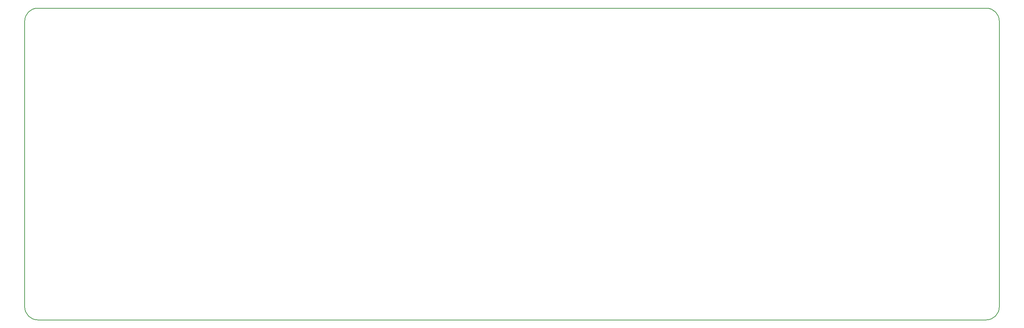
<source format=gm1>
%TF.GenerationSoftware,KiCad,Pcbnew,(5.0.0)*%
%TF.CreationDate,2018-11-28T21:13:17-08:00*%
%TF.ProjectId,UT47.2,555434372E322E6B696361645F706362,rev?*%
%TF.SameCoordinates,Original*%
%TF.FileFunction,Profile,NP*%
%FSLAX46Y46*%
G04 Gerber Fmt 4.6, Leading zero omitted, Abs format (unit mm)*
G04 Created by KiCad (PCBNEW (5.0.0)) date 11/28/18 21:13:17*
%MOMM*%
%LPD*%
G01*
G04 APERTURE LIST*
%ADD10C,0.150000*%
G04 APERTURE END LIST*
D10*
X266700000Y-31750000D02*
G75*
G02X269875000Y-34925000I0J-3175000D01*
G01*
X269875000Y-104775000D02*
G75*
G02X266700000Y-107950000I-3175000J0D01*
G01*
X34925000Y-107950000D02*
G75*
G02X31750000Y-104775000I0J3175000D01*
G01*
X31750000Y-34925000D02*
G75*
G02X34925000Y-31750000I3175000J0D01*
G01*
X31750000Y-104775000D02*
X31750000Y-34925000D01*
X266700000Y-107950000D02*
X34925000Y-107950000D01*
X269875000Y-34925000D02*
X269875000Y-104775000D01*
X34925000Y-31750000D02*
X266700000Y-31750000D01*
M02*

</source>
